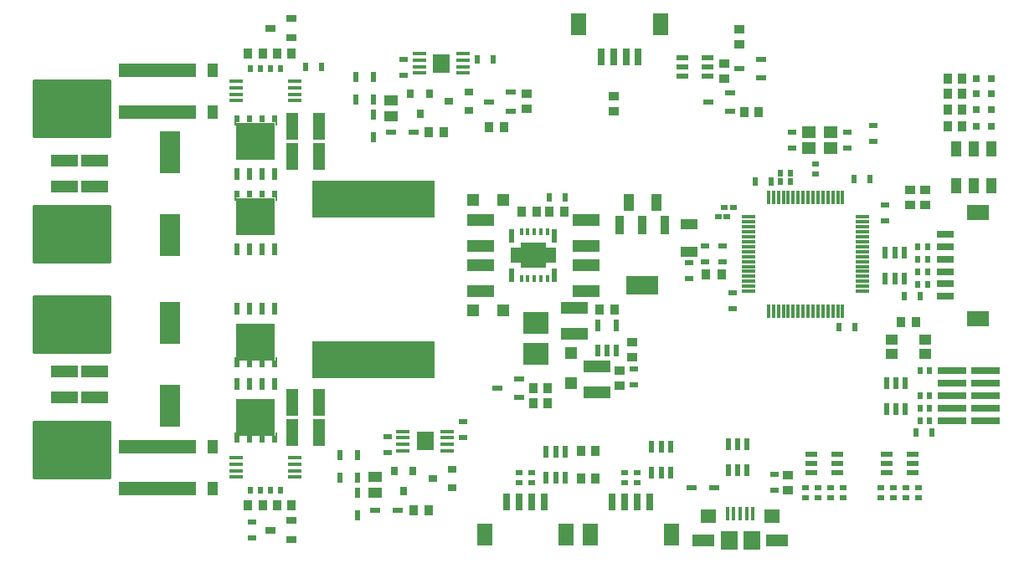
<source format=gtp>
G04*
G04 #@! TF.GenerationSoftware,Altium Limited,Altium Designer,21.6.4 (81)*
G04*
G04 Layer_Color=8421504*
%FSLAX25Y25*%
%MOIN*%
G70*
G04*
G04 #@! TF.SameCoordinates,FA744667-6012-4636-895A-91306D9B36BD*
G04*
G04*
G04 #@! TF.FilePolarity,Positive*
G04*
G01*
G75*
%ADD16R,0.03543X0.03150*%
%ADD17R,0.07165X0.04134*%
%ADD18R,0.04134X0.07165*%
%ADD19R,0.10709X0.04961*%
%ADD20R,0.04331X0.05512*%
%ADD21R,0.30709X0.05512*%
%ADD22R,0.11221X0.02559*%
%ADD23R,0.02362X0.04528*%
%ADD24R,0.08661X0.06299*%
%ADD25R,0.07087X0.02756*%
%ADD26R,0.04528X0.02362*%
%ADD27R,0.04528X0.04134*%
%ADD28R,0.02756X0.07087*%
%ADD29R,0.06299X0.08661*%
%ADD30R,0.03150X0.03543*%
%ADD31R,0.05512X0.04528*%
%ADD32R,0.03937X0.03347*%
%ADD33R,0.04134X0.02362*%
%ADD34R,0.04134X0.01968*%
%ADD35R,0.01968X0.04134*%
%ADD36R,0.03701X0.02126*%
%ADD37R,0.06614X0.07402*%
%ADD38R,0.05610X0.01772*%
%ADD39R,0.05787X0.04016*%
%ADD40R,0.03347X0.03937*%
%ADD41R,0.02559X0.02441*%
%ADD42R,0.01173X0.05807*%
%ADD43R,0.02126X0.03701*%
%ADD44R,0.04134X0.05906*%
%ADD45R,0.09843X0.09843*%
%ADD46R,0.01968X0.05512*%
%ADD47R,0.01378X0.02756*%
%ADD48R,0.04961X0.04606*%
%ADD49R,0.03543X0.07480*%
%ADD50R,0.12598X0.07480*%
%ADD51R,0.02756X0.02362*%
%ADD52R,0.03543X0.03937*%
%ADD53R,0.08465X0.16929*%
%ADD54R,0.04961X0.10709*%
%ADD55R,0.05807X0.01772*%
%ADD56R,0.48504X0.15059*%
%ADD57R,0.01004X0.01260*%
%ADD58R,0.15394X0.15000*%
%ADD59R,0.02402X0.02795*%
%ADD60R,0.02402X0.05000*%
%ADD61R,0.04606X0.04961*%
%ADD62R,0.02362X0.02756*%
%ADD63R,0.03150X0.03150*%
%ADD64R,0.09843X0.08661*%
%ADD65R,0.02362X0.04724*%
%ADD66R,0.05807X0.01173*%
%ADD67R,0.02441X0.02559*%
%ADD68R,0.03937X0.06299*%
%ADD69R,0.01575X0.05315*%
%ADD70R,0.06299X0.05512*%
%ADD71R,0.09055X0.05118*%
%ADD72R,0.07087X0.07480*%
%ADD73R,0.04331X0.02559*%
G04:AMPARAMS|DCode=74|XSize=314.96mil|YSize=236.22mil|CornerRadius=11.81mil|HoleSize=0mil|Usage=FLASHONLY|Rotation=0.000|XOffset=0mil|YOffset=0mil|HoleType=Round|Shape=RoundedRectangle|*
%AMROUNDEDRECTD74*
21,1,0.31496,0.21260,0,0,0.0*
21,1,0.29134,0.23622,0,0,0.0*
1,1,0.02362,0.14567,-0.10630*
1,1,0.02362,-0.14567,-0.10630*
1,1,0.02362,-0.14567,0.10630*
1,1,0.02362,0.14567,0.10630*
%
%ADD74ROUNDEDRECTD74*%
D16*
X175937Y177260D02*
D03*
Y184740D02*
D03*
X168063Y181000D02*
D03*
X169437Y26760D02*
D03*
Y34240D02*
D03*
X161563Y30500D02*
D03*
D17*
X263500Y131972D02*
D03*
Y121028D02*
D03*
D18*
X250472Y140500D02*
D03*
X239528D02*
D03*
D19*
X227000Y64764D02*
D03*
Y75236D02*
D03*
X218000Y98736D02*
D03*
Y88264D02*
D03*
X222500Y133736D02*
D03*
Y123264D02*
D03*
X180500Y115736D02*
D03*
Y105264D02*
D03*
Y123264D02*
D03*
Y133736D02*
D03*
X222500Y115736D02*
D03*
Y105264D02*
D03*
X15000Y157236D02*
D03*
Y146764D02*
D03*
X27000Y157236D02*
D03*
Y146764D02*
D03*
X15000Y62764D02*
D03*
Y73236D02*
D03*
X27000D02*
D03*
Y62764D02*
D03*
D20*
X73831Y193268D02*
D03*
Y176732D02*
D03*
Y26732D02*
D03*
Y43268D02*
D03*
D21*
X51980Y193268D02*
D03*
Y176732D02*
D03*
Y26732D02*
D03*
Y43268D02*
D03*
D22*
X381579Y53720D02*
D03*
X368390D02*
D03*
X381579Y58720D02*
D03*
X368390D02*
D03*
X381579Y63721D02*
D03*
X368390D02*
D03*
X381579Y68721D02*
D03*
X368390D02*
D03*
X381579Y73721D02*
D03*
X368390D02*
D03*
D23*
X279260Y33882D02*
D03*
X283000D02*
D03*
X286740D02*
D03*
Y44118D02*
D03*
X283000D02*
D03*
X279260D02*
D03*
X342260Y68618D02*
D03*
X346000D02*
D03*
X349740D02*
D03*
Y58382D02*
D03*
X346000D02*
D03*
X342260D02*
D03*
X349240Y110382D02*
D03*
X345500D02*
D03*
X341760D02*
D03*
Y120618D02*
D03*
X345500D02*
D03*
X349240D02*
D03*
X256240Y43118D02*
D03*
X252500D02*
D03*
X248760D02*
D03*
Y32882D02*
D03*
X252500D02*
D03*
X256240D02*
D03*
X214240Y41118D02*
D03*
X210500D02*
D03*
X206760D02*
D03*
Y30882D02*
D03*
X210500D02*
D03*
X214240D02*
D03*
D24*
X378500Y94339D02*
D03*
Y136661D02*
D03*
D25*
X365508Y103197D02*
D03*
Y108118D02*
D03*
Y117961D02*
D03*
Y122882D02*
D03*
Y127803D02*
D03*
Y113039D02*
D03*
D26*
X322618Y40240D02*
D03*
Y36500D02*
D03*
Y32760D02*
D03*
X312382D02*
D03*
Y36500D02*
D03*
Y40240D02*
D03*
X352618D02*
D03*
Y36500D02*
D03*
Y32760D02*
D03*
X342382D02*
D03*
Y36500D02*
D03*
Y40240D02*
D03*
X271118Y198240D02*
D03*
Y194500D02*
D03*
Y190760D02*
D03*
X260882D02*
D03*
Y194500D02*
D03*
Y198240D02*
D03*
D27*
X357594Y85854D02*
D03*
Y80146D02*
D03*
X344406D02*
D03*
Y85854D02*
D03*
D28*
X233118Y21342D02*
D03*
X238039D02*
D03*
X242961D02*
D03*
X247882D02*
D03*
X228618Y198658D02*
D03*
X233539D02*
D03*
X238461D02*
D03*
X243382D02*
D03*
X191118Y21342D02*
D03*
X196039D02*
D03*
X200961D02*
D03*
X205882D02*
D03*
D29*
X256740Y8350D02*
D03*
X224260D02*
D03*
X252240Y211650D02*
D03*
X219760D02*
D03*
X214740Y8350D02*
D03*
X182260D02*
D03*
D30*
X153740Y33437D02*
D03*
X146260D02*
D03*
X150000Y25563D02*
D03*
X156500Y176063D02*
D03*
X152760Y183937D02*
D03*
X160240D02*
D03*
D31*
X319831Y162350D02*
D03*
X311169D02*
D03*
Y168650D02*
D03*
X319831D02*
D03*
D32*
X199000Y178047D02*
D03*
Y183953D02*
D03*
X303000Y31953D02*
D03*
Y26047D02*
D03*
X236000Y73453D02*
D03*
Y67547D02*
D03*
X241000Y84953D02*
D03*
Y79047D02*
D03*
X357500Y139547D02*
D03*
Y145453D02*
D03*
X351500Y139547D02*
D03*
Y145453D02*
D03*
X233500Y177047D02*
D03*
Y182953D02*
D03*
X283500Y209453D02*
D03*
Y203547D02*
D03*
X277500Y195953D02*
D03*
Y190047D02*
D03*
D33*
X184045Y180737D02*
D03*
X192707Y184477D02*
D03*
Y176997D02*
D03*
X195831Y62760D02*
D03*
Y70240D02*
D03*
X187169Y66500D02*
D03*
X279831Y176760D02*
D03*
Y184240D02*
D03*
X271169Y180500D02*
D03*
X292331Y190260D02*
D03*
Y197740D02*
D03*
X283669Y194000D02*
D03*
D34*
X138520Y18000D02*
D03*
X147480D02*
D03*
X264520Y27000D02*
D03*
X273480D02*
D03*
X153980Y168500D02*
D03*
X145020D02*
D03*
D35*
X131500Y31020D02*
D03*
Y39980D02*
D03*
Y16020D02*
D03*
Y24980D02*
D03*
X131000Y190480D02*
D03*
Y181520D02*
D03*
X124500Y39980D02*
D03*
Y31020D02*
D03*
X138000Y175480D02*
D03*
Y166520D02*
D03*
Y190480D02*
D03*
Y181520D02*
D03*
D36*
X143500Y47150D02*
D03*
Y40850D02*
D03*
X173500Y53150D02*
D03*
Y46850D02*
D03*
X297500Y25850D02*
D03*
Y32150D02*
D03*
X337000Y171150D02*
D03*
Y164850D02*
D03*
X277000Y116850D02*
D03*
Y123150D02*
D03*
X341500Y133350D02*
D03*
Y139650D02*
D03*
X263500Y116650D02*
D03*
Y110350D02*
D03*
X281000Y104650D02*
D03*
Y98350D02*
D03*
X270000Y123150D02*
D03*
Y116850D02*
D03*
X89500Y13150D02*
D03*
Y6850D02*
D03*
X150000Y197650D02*
D03*
Y191350D02*
D03*
X241500Y74150D02*
D03*
Y67850D02*
D03*
X326500Y162350D02*
D03*
Y168650D02*
D03*
X304500Y162350D02*
D03*
Y168650D02*
D03*
D37*
X158500Y45500D02*
D03*
X165000Y196000D02*
D03*
D38*
X149791Y41661D02*
D03*
Y44221D02*
D03*
Y46780D02*
D03*
Y49339D02*
D03*
X167209D02*
D03*
Y46780D02*
D03*
Y44221D02*
D03*
Y41661D02*
D03*
X173709Y192161D02*
D03*
Y194720D02*
D03*
Y197280D02*
D03*
Y199839D02*
D03*
X156291D02*
D03*
Y197280D02*
D03*
Y194720D02*
D03*
Y192161D02*
D03*
D39*
X138500Y24850D02*
D03*
Y31150D02*
D03*
X145000Y181150D02*
D03*
Y174850D02*
D03*
D40*
X154047Y18000D02*
D03*
X159953D02*
D03*
X202953Y137000D02*
D03*
X197047D02*
D03*
X213953D02*
D03*
X208047D02*
D03*
X372453Y171000D02*
D03*
X366547D02*
D03*
X372453Y177500D02*
D03*
X366547D02*
D03*
X372453Y184000D02*
D03*
X366547D02*
D03*
X372453Y190000D02*
D03*
X366547D02*
D03*
X228047Y98000D02*
D03*
X233953D02*
D03*
X353953Y93000D02*
D03*
X348047D02*
D03*
X189953Y170500D02*
D03*
X184047D02*
D03*
X207453Y66500D02*
D03*
X201547D02*
D03*
X207453Y60500D02*
D03*
X201547D02*
D03*
X291453Y176500D02*
D03*
X285547D02*
D03*
X220547Y30500D02*
D03*
X226453D02*
D03*
X220547Y41500D02*
D03*
X226453D02*
D03*
X165953Y168500D02*
D03*
X160047D02*
D03*
X88047Y200000D02*
D03*
X93953D02*
D03*
X88047Y20000D02*
D03*
X93953D02*
D03*
X99547Y200000D02*
D03*
X105453D02*
D03*
X99547Y20000D02*
D03*
X105453D02*
D03*
D41*
X275268Y134764D02*
D03*
X278732D02*
D03*
X281232Y138500D02*
D03*
X277768D02*
D03*
D42*
X301142Y97409D02*
D03*
X297205D02*
D03*
X299173D02*
D03*
X303110D02*
D03*
X324764D02*
D03*
X322795D02*
D03*
X320827D02*
D03*
X318858D02*
D03*
X316890D02*
D03*
X314921D02*
D03*
X312953D02*
D03*
X310984D02*
D03*
X309016D02*
D03*
X307047D02*
D03*
X305079D02*
D03*
X295236D02*
D03*
Y142591D02*
D03*
X297205D02*
D03*
X299173D02*
D03*
X301142D02*
D03*
X303110D02*
D03*
X305079D02*
D03*
X307047D02*
D03*
X309016D02*
D03*
X310984D02*
D03*
X312953D02*
D03*
X314921D02*
D03*
X316890D02*
D03*
X318858D02*
D03*
X320827D02*
D03*
X322795D02*
D03*
X324764D02*
D03*
D43*
X323350Y91000D02*
D03*
X329650D02*
D03*
X179350Y197500D02*
D03*
X185650D02*
D03*
X207850Y142500D02*
D03*
X214150D02*
D03*
X335650Y150000D02*
D03*
X329350D02*
D03*
X289850Y149000D02*
D03*
X296150D02*
D03*
X117150Y194500D02*
D03*
X110850D02*
D03*
X349182Y103197D02*
D03*
X355481D02*
D03*
X353850Y49000D02*
D03*
X360150D02*
D03*
D44*
X194512Y119500D02*
D03*
X208488D02*
D03*
D45*
X201500D02*
D03*
D46*
X193055Y127374D02*
D03*
X209984D02*
D03*
Y111626D02*
D03*
X193055D02*
D03*
D47*
X196894Y128752D02*
D03*
X199453D02*
D03*
X202012D02*
D03*
X204571D02*
D03*
X207130D02*
D03*
Y110248D02*
D03*
X204571D02*
D03*
X202012D02*
D03*
X199453D02*
D03*
X196894D02*
D03*
D48*
X177496Y141500D02*
D03*
X189504D02*
D03*
X177496Y97500D02*
D03*
X189504D02*
D03*
D49*
X254055Y131508D02*
D03*
X245000D02*
D03*
X235945D02*
D03*
D50*
X245000Y107492D02*
D03*
D51*
X340000Y26969D02*
D03*
Y23031D02*
D03*
X345000Y26969D02*
D03*
Y23031D02*
D03*
X350000Y26969D02*
D03*
Y23031D02*
D03*
X355000Y26969D02*
D03*
Y23031D02*
D03*
X325000Y26969D02*
D03*
Y23031D02*
D03*
X320000Y26969D02*
D03*
Y23031D02*
D03*
X315000Y27000D02*
D03*
Y23063D02*
D03*
X310000Y26969D02*
D03*
Y23031D02*
D03*
X314000Y155968D02*
D03*
Y152032D02*
D03*
X238000Y32969D02*
D03*
Y29032D02*
D03*
X243000Y32969D02*
D03*
Y29032D02*
D03*
X201000Y32969D02*
D03*
Y29032D02*
D03*
X196000Y32969D02*
D03*
Y29032D02*
D03*
D52*
X276650Y112000D02*
D03*
X270350D02*
D03*
D53*
X57000Y127465D02*
D03*
Y160535D02*
D03*
Y92535D02*
D03*
Y59465D02*
D03*
D54*
X105764Y61000D02*
D03*
X116236D02*
D03*
X105764Y49000D02*
D03*
X116236D02*
D03*
X105764Y171000D02*
D03*
X116236D02*
D03*
Y159000D02*
D03*
X105764D02*
D03*
D55*
X106567Y188839D02*
D03*
Y186279D02*
D03*
Y183721D02*
D03*
Y181161D02*
D03*
X83433D02*
D03*
Y183721D02*
D03*
Y186279D02*
D03*
Y188839D02*
D03*
X106567Y38839D02*
D03*
Y36279D02*
D03*
Y33720D02*
D03*
Y31161D02*
D03*
X83433D02*
D03*
Y33720D02*
D03*
Y36279D02*
D03*
Y38839D02*
D03*
D56*
X138000Y78041D02*
D03*
Y141959D02*
D03*
D57*
X82799Y48110D02*
D03*
X99201D02*
D03*
X82799Y171890D02*
D03*
X99201D02*
D03*
Y141890D02*
D03*
X82799D02*
D03*
X99201Y78110D02*
D03*
X82799D02*
D03*
D58*
X91000Y55000D02*
D03*
Y165000D02*
D03*
Y135000D02*
D03*
Y85000D02*
D03*
D59*
X98500Y46102D02*
D03*
X93500D02*
D03*
X88500D02*
D03*
X83500D02*
D03*
X98500Y173898D02*
D03*
X93500D02*
D03*
X88500D02*
D03*
X83500D02*
D03*
Y143898D02*
D03*
X88500D02*
D03*
X93500D02*
D03*
X98500D02*
D03*
X83500Y76102D02*
D03*
X88500D02*
D03*
X93500D02*
D03*
X98500D02*
D03*
D60*
X83500Y68228D02*
D03*
X88500D02*
D03*
X93500D02*
D03*
X98500D02*
D03*
X83500Y151772D02*
D03*
X88500D02*
D03*
X93500D02*
D03*
X98500D02*
D03*
Y121772D02*
D03*
X93500D02*
D03*
X88500D02*
D03*
X83500D02*
D03*
X98500Y98228D02*
D03*
X93500D02*
D03*
X88500D02*
D03*
X83500D02*
D03*
D61*
X216500Y80504D02*
D03*
Y68496D02*
D03*
D62*
X359453Y53720D02*
D03*
X355516D02*
D03*
X359453Y58720D02*
D03*
X355516D02*
D03*
X359453Y63721D02*
D03*
X355516D02*
D03*
X359453Y73721D02*
D03*
X355516D02*
D03*
X354532Y123000D02*
D03*
X358469D02*
D03*
X354532Y118000D02*
D03*
X358469D02*
D03*
X354532Y113000D02*
D03*
X358469D02*
D03*
X354532Y108000D02*
D03*
X358469D02*
D03*
X93000Y194000D02*
D03*
X89063D02*
D03*
X97031Y26000D02*
D03*
X100969D02*
D03*
Y194000D02*
D03*
X97031D02*
D03*
X89031Y26000D02*
D03*
X92968D02*
D03*
D63*
X378047Y171000D02*
D03*
X383953D02*
D03*
X378047Y177500D02*
D03*
X383953D02*
D03*
X378047Y184000D02*
D03*
X383953D02*
D03*
X378047Y190000D02*
D03*
X383953D02*
D03*
D64*
X202500Y92602D02*
D03*
Y80398D02*
D03*
D65*
X227260Y81579D02*
D03*
X231000D02*
D03*
X234740D02*
D03*
Y91421D02*
D03*
X227260D02*
D03*
D66*
X332591Y134764D02*
D03*
Y132795D02*
D03*
Y130827D02*
D03*
Y128858D02*
D03*
Y126890D02*
D03*
Y124921D02*
D03*
Y122953D02*
D03*
Y120984D02*
D03*
Y119016D02*
D03*
Y117047D02*
D03*
Y115079D02*
D03*
Y113110D02*
D03*
Y111142D02*
D03*
Y109173D02*
D03*
Y107205D02*
D03*
Y105236D02*
D03*
X287409D02*
D03*
Y107205D02*
D03*
Y109173D02*
D03*
Y111142D02*
D03*
Y113110D02*
D03*
Y115079D02*
D03*
Y117047D02*
D03*
Y119016D02*
D03*
Y120984D02*
D03*
Y122953D02*
D03*
Y124921D02*
D03*
Y126890D02*
D03*
Y128858D02*
D03*
Y130827D02*
D03*
Y132795D02*
D03*
Y134764D02*
D03*
D67*
X304000Y148768D02*
D03*
Y152232D02*
D03*
X300000Y148768D02*
D03*
Y152232D02*
D03*
D68*
X383890Y161784D02*
D03*
X377000D02*
D03*
X370110D02*
D03*
X383890Y147216D02*
D03*
X377000D02*
D03*
X370110D02*
D03*
D69*
X289118Y16532D02*
D03*
X278882D02*
D03*
X281441D02*
D03*
X284000D02*
D03*
X286559D02*
D03*
D70*
X271402Y15646D02*
D03*
X296598D02*
D03*
D71*
X269236Y6000D02*
D03*
X298764D02*
D03*
D72*
X279472D02*
D03*
X288528D02*
D03*
D73*
X105134Y206221D02*
D03*
Y213779D02*
D03*
X96866Y210000D02*
D03*
X105134Y6221D02*
D03*
Y13780D02*
D03*
X96866Y10000D02*
D03*
D74*
X18000Y42000D02*
D03*
Y92000D02*
D03*
Y128000D02*
D03*
Y178000D02*
D03*
M02*

</source>
